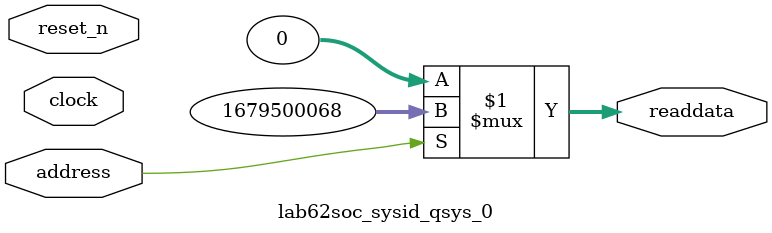
<source format=v>



// synthesis translate_off
`timescale 1ns / 1ps
// synthesis translate_on

// turn off superfluous verilog processor warnings 
// altera message_level Level1 
// altera message_off 10034 10035 10036 10037 10230 10240 10030 

module lab62soc_sysid_qsys_0 (
               // inputs:
                address,
                clock,
                reset_n,

               // outputs:
                readdata
             )
;

  output  [ 31: 0] readdata;
  input            address;
  input            clock;
  input            reset_n;

  wire    [ 31: 0] readdata;
  //control_slave, which is an e_avalon_slave
  assign readdata = address ? 1679500068 : 0;

endmodule



</source>
